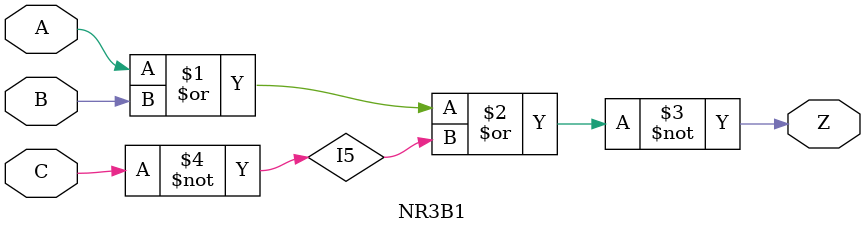
<source format=v>
`resetall
`timescale 1 ns / 100 ps

/* Created by DB2VERILOG Version 1.0.1.1 on Sat May 14 11:10:11 1994 */
/* module compiled from "lsl2db 3.6.4" run */


`celldefine
module  NR3B1   (A, B, C, Z);
input  A, B, C;
output Z;
nor INST2 (Z, A, B, I5);
not INST4 (I5, C);

endmodule 
`endcelldefine

</source>
